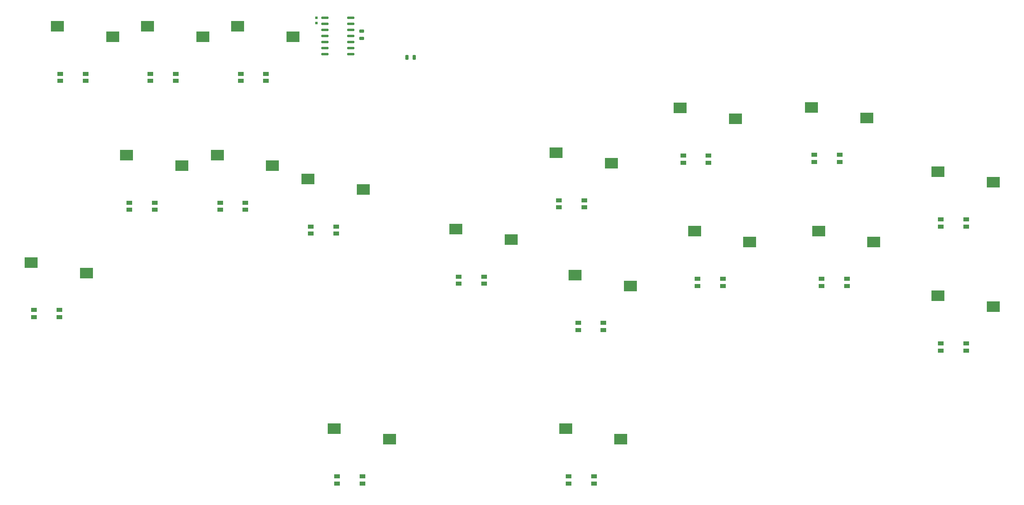
<source format=gbp>
G04*
G04 #@! TF.GenerationSoftware,Altium Limited,CircuitStudio,1.5.2 (30)*
G04*
G04 Layer_Color=16770453*
%FSLAX25Y25*%
%MOIN*%
G70*
G01*
G75*
%ADD47R,0.11024X0.09134*%
%ADD48C,0.00000*%
%ADD49R,0.04685X0.03504*%
G04:AMPARAMS|DCode=50|XSize=23.23mil|YSize=23.23mil|CornerRadius=5.71mil|HoleSize=0mil|Usage=FLASHONLY|Rotation=270.000|XOffset=0mil|YOffset=0mil|HoleType=Round|Shape=RoundedRectangle|*
%AMROUNDEDRECTD50*
21,1,0.02323,0.01181,0,0,270.0*
21,1,0.01181,0.02323,0,0,270.0*
1,1,0.01142,-0.00591,-0.00591*
1,1,0.01142,-0.00591,0.00591*
1,1,0.01142,0.00591,0.00591*
1,1,0.01142,0.00591,-0.00591*
%
%ADD50ROUNDEDRECTD50*%
G04:AMPARAMS|DCode=51|XSize=60.63mil|YSize=23.23mil|CornerRadius=5.71mil|HoleSize=0mil|Usage=FLASHONLY|Rotation=180.000|XOffset=0mil|YOffset=0mil|HoleType=Round|Shape=RoundedRectangle|*
%AMROUNDEDRECTD51*
21,1,0.06063,0.01181,0,0,180.0*
21,1,0.04921,0.02323,0,0,180.0*
1,1,0.01142,-0.02461,0.00591*
1,1,0.01142,0.02461,0.00591*
1,1,0.01142,0.02461,-0.00591*
1,1,0.01142,-0.02461,-0.00591*
%
%ADD51ROUNDEDRECTD51*%
G04:AMPARAMS|DCode=52|XSize=29.13mil|YSize=38.98mil|CornerRadius=7.19mil|HoleSize=0mil|Usage=FLASHONLY|Rotation=180.000|XOffset=0mil|YOffset=0mil|HoleType=Round|Shape=RoundedRectangle|*
%AMROUNDEDRECTD52*
21,1,0.02913,0.02461,0,0,180.0*
21,1,0.01476,0.03898,0,0,180.0*
1,1,0.01437,-0.00738,0.01230*
1,1,0.01437,0.00738,0.01230*
1,1,0.01437,0.00738,-0.01230*
1,1,0.01437,-0.00738,-0.01230*
%
%ADD52ROUNDEDRECTD52*%
G04:AMPARAMS|DCode=53|XSize=29.13mil|YSize=38.98mil|CornerRadius=7.19mil|HoleSize=0mil|Usage=FLASHONLY|Rotation=270.000|XOffset=0mil|YOffset=0mil|HoleType=Round|Shape=RoundedRectangle|*
%AMROUNDEDRECTD53*
21,1,0.02913,0.02461,0,0,270.0*
21,1,0.01476,0.03898,0,0,270.0*
1,1,0.01437,-0.01230,-0.00738*
1,1,0.01437,-0.01230,0.00738*
1,1,0.01437,0.01230,0.00738*
1,1,0.01437,0.01230,-0.00738*
%
%ADD53ROUNDEDRECTD53*%
D47*
X24528Y202795D02*
D03*
X70079Y194055D02*
D03*
X46181Y397677D02*
D03*
X91732Y388937D02*
D03*
X473346Y192205D02*
D03*
X518898Y183465D02*
D03*
X617323Y219803D02*
D03*
X571772Y228543D02*
D03*
X457598Y293347D02*
D03*
X503150Y284606D02*
D03*
X605512Y321496D02*
D03*
X559961Y330236D02*
D03*
X178071Y291378D02*
D03*
X223622Y282638D02*
D03*
X240551Y388937D02*
D03*
X195000Y397677D02*
D03*
X668228Y330748D02*
D03*
X713779Y322008D02*
D03*
X719685Y219803D02*
D03*
X674134Y228543D02*
D03*
X374921Y230354D02*
D03*
X420472Y221614D02*
D03*
X148819Y282638D02*
D03*
X103268Y291378D02*
D03*
X772559Y277598D02*
D03*
X818110Y268858D02*
D03*
Y166496D02*
D03*
X772559Y175236D02*
D03*
X465472Y65591D02*
D03*
X511024Y56850D02*
D03*
X298425Y262953D02*
D03*
X252874Y271693D02*
D03*
X120590Y397677D02*
D03*
X166142Y388937D02*
D03*
X274528Y65591D02*
D03*
X320079Y56850D02*
D03*
D48*
X358268Y338583D02*
D03*
X523622Y354331D02*
D03*
X338583Y409449D02*
D03*
X523622Y347441D02*
D03*
X332283Y388583D02*
D03*
X523622Y340551D02*
D03*
X333071Y401181D02*
D03*
X523622Y333661D02*
D03*
Y326772D02*
D03*
Y319882D02*
D03*
Y409449D02*
D03*
X327756Y351378D02*
D03*
X523622Y402559D02*
D03*
Y395669D02*
D03*
X327756Y358268D02*
D03*
Y365158D02*
D03*
X523622Y388779D02*
D03*
Y381890D02*
D03*
X327756Y372047D02*
D03*
X523622Y375000D02*
D03*
Y368110D02*
D03*
X327756Y378937D02*
D03*
X523622Y361221D02*
D03*
X588976Y287205D02*
D03*
X699606Y291339D02*
D03*
X798425Y242913D02*
D03*
X609252Y188976D02*
D03*
X704724Y189331D02*
D03*
X491142Y253937D02*
D03*
X506890Y152559D02*
D03*
X491732Y33465D02*
D03*
X405905Y188976D02*
D03*
X81102Y358268D02*
D03*
X145669Y342520D02*
D03*
X225787Y358465D02*
D03*
X132283Y244094D02*
D03*
X208268Y250394D02*
D03*
X51575Y170866D02*
D03*
X304724Y26378D02*
D03*
X276772Y12598D02*
D03*
X800000Y140157D02*
D03*
X283071Y228346D02*
D03*
D49*
X47835Y163583D02*
D03*
Y157677D02*
D03*
X26969D02*
D03*
Y163583D02*
D03*
X69488Y358465D02*
D03*
Y352559D02*
D03*
X48622D02*
D03*
Y358465D02*
D03*
X496654Y152992D02*
D03*
Y147087D02*
D03*
X475787D02*
D03*
Y152992D02*
D03*
X574213Y189331D02*
D03*
Y183425D02*
D03*
X595079D02*
D03*
Y189331D02*
D03*
X480905Y254134D02*
D03*
Y248228D02*
D03*
X460039D02*
D03*
Y254134D02*
D03*
X562402Y291024D02*
D03*
Y285118D02*
D03*
X583268D02*
D03*
Y291024D02*
D03*
X201378Y252165D02*
D03*
Y246260D02*
D03*
X180512D02*
D03*
Y252165D02*
D03*
X197441Y358465D02*
D03*
Y352559D02*
D03*
X218307D02*
D03*
Y358465D02*
D03*
X691535Y291535D02*
D03*
Y285630D02*
D03*
X670669D02*
D03*
Y291535D02*
D03*
X676575Y189331D02*
D03*
Y183425D02*
D03*
X697441D02*
D03*
Y189331D02*
D03*
X398228Y191142D02*
D03*
Y185236D02*
D03*
X377362D02*
D03*
Y191142D02*
D03*
X105709Y252165D02*
D03*
Y246260D02*
D03*
X126575D02*
D03*
Y252165D02*
D03*
X795866Y238386D02*
D03*
Y232480D02*
D03*
X775000D02*
D03*
Y238386D02*
D03*
Y136024D02*
D03*
Y130118D02*
D03*
X795866D02*
D03*
Y136024D02*
D03*
X488779Y26378D02*
D03*
Y20472D02*
D03*
X467913D02*
D03*
Y26378D02*
D03*
X255315Y232480D02*
D03*
Y226575D02*
D03*
X276181D02*
D03*
Y232480D02*
D03*
X143898Y358465D02*
D03*
Y352559D02*
D03*
X123031D02*
D03*
Y358465D02*
D03*
X297835Y26378D02*
D03*
Y20472D02*
D03*
X276969D02*
D03*
Y26378D02*
D03*
D50*
X259842Y400492D02*
D03*
Y404626D02*
D03*
D51*
X266929Y404764D02*
D03*
Y399764D02*
D03*
Y394764D02*
D03*
Y389764D02*
D03*
Y384764D02*
D03*
Y379764D02*
D03*
X288189Y404764D02*
D03*
Y399764D02*
D03*
Y394764D02*
D03*
Y389764D02*
D03*
Y384764D02*
D03*
Y379764D02*
D03*
Y374764D02*
D03*
X266929D02*
D03*
D52*
X334646Y372047D02*
D03*
X340551D02*
D03*
D53*
X297244Y387795D02*
D03*
Y393701D02*
D03*
M02*

</source>
